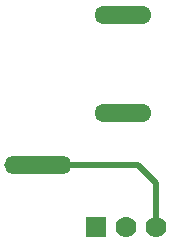
<source format=gbr>
%TF.GenerationSoftware,KiCad,Pcbnew,7.0.10-7.0.10~ubuntu22.04.1*%
%TF.CreationDate,2024-01-21T09:39:32-08:00*%
%TF.ProjectId,potentiometer_adapter,706f7465-6e74-4696-9f6d-657465725f61,rev?*%
%TF.SameCoordinates,Original*%
%TF.FileFunction,Copper,L1,Top*%
%TF.FilePolarity,Positive*%
%FSLAX46Y46*%
G04 Gerber Fmt 4.6, Leading zero omitted, Abs format (unit mm)*
G04 Created by KiCad (PCBNEW 7.0.10-7.0.10~ubuntu22.04.1) date 2024-01-21 09:39:32*
%MOMM*%
%LPD*%
G01*
G04 APERTURE LIST*
%TA.AperFunction,ComponentPad*%
%ADD10R,1.778000X1.778000*%
%TD*%
%TA.AperFunction,ComponentPad*%
%ADD11C,1.778000*%
%TD*%
%TA.AperFunction,ComponentPad*%
%ADD12O,4.826000X1.524000*%
%TD*%
%TA.AperFunction,ComponentPad*%
%ADD13O,5.715000X1.524000*%
%TD*%
%TA.AperFunction,Conductor*%
%ADD14C,0.508000*%
%TD*%
G04 APERTURE END LIST*
D10*
%TO.P,J1,1,Pin_1*%
%TO.N,/GND*%
X112522000Y-93980000D03*
D11*
%TO.P,J1,2,Pin_2*%
%TO.N,/5V0*%
X115062000Y-93980000D03*
%TO.P,J1,3,Pin_3*%
%TO.N,/AIN*%
X117602000Y-93980000D03*
%TD*%
D12*
%TO.P,RV1,1,1*%
%TO.N,/5V0*%
X114808000Y-84378800D03*
D13*
%TO.P,RV1,2,2*%
%TO.N,/AIN*%
X107632500Y-88770460D03*
D12*
%TO.P,RV1,3,3*%
%TO.N,/GND*%
X114808000Y-76050140D03*
%TD*%
D14*
%TO.N,/AIN*%
X116075460Y-88770460D02*
X117602000Y-90297000D01*
X107632500Y-88770460D02*
X116075460Y-88770460D01*
X117602000Y-90297000D02*
X117602000Y-93980000D01*
%TD*%
M02*

</source>
